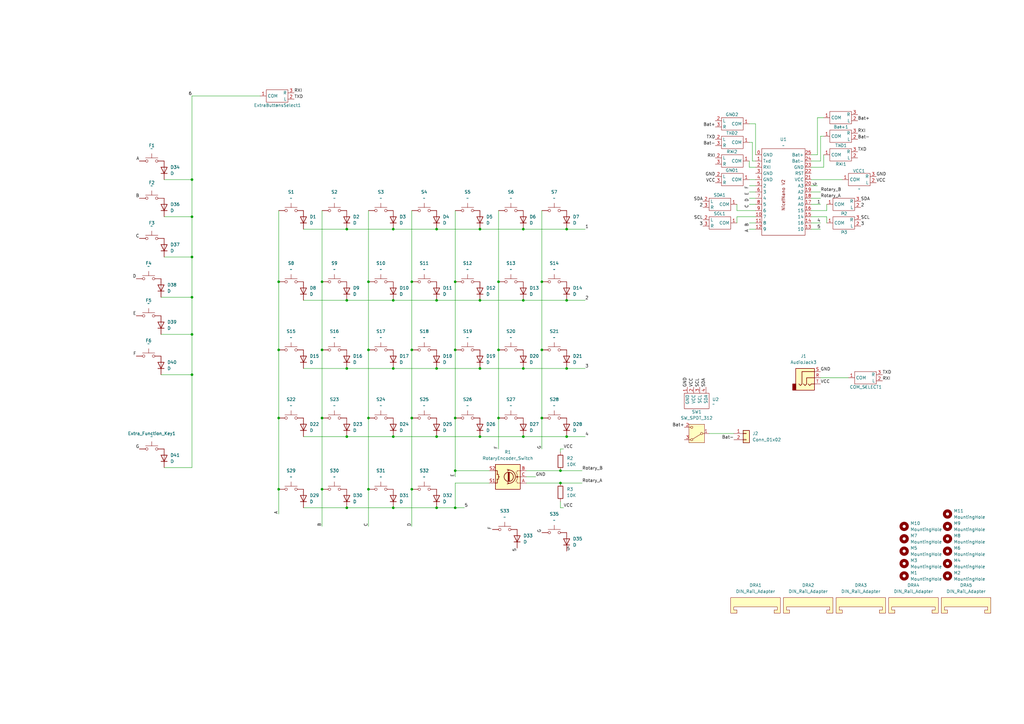
<source format=kicad_sch>
(kicad_sch (version 20231120) (generator "eeschema") (generator_version "8.0")
  (paper "A3")
  (junction (at 78.74 73.66))
  (junction (at 229.87 198.12))
  (junction (at 222.25 143.51))
  (junction (at 214.63 179.07))
  (junction (at 214.63 93.98))
  (junction (at 142.24 93.98))
  (junction (at 114.3 143.51))
  (junction (at 179.07 151.13))
  (junction (at 186.69 171.45))
  (junction (at 114.3 200.66))
  (junction (at 151.13 200.66))
  (junction (at 179.07 123.19))
  (junction (at 114.3 115.57))
  (junction (at 132.08 171.45))
  (junction (at 132.08 200.66))
  (junction (at 168.91 143.51))
  (junction (at 186.69 208.28))
  (junction (at 161.29 151.13))
  (junction (at 161.29 208.28))
  (junction (at 78.74 121.92))
  (junction (at 186.69 143.51))
  (junction (at 214.63 151.13))
  (junction (at 196.85 151.13))
  (junction (at 151.13 171.45))
  (junction (at 114.3 171.45))
  (junction (at 232.41 93.98))
  (junction (at 161.29 179.07))
  (junction (at 204.47 115.57))
  (junction (at 179.07 179.07))
  (junction (at 161.29 123.19))
  (junction (at 168.91 115.57))
  (junction (at 204.47 171.45))
  (junction (at 229.87 193.04))
  (junction (at 222.25 115.57))
  (junction (at 222.25 171.45))
  (junction (at 179.07 93.98))
  (junction (at 132.08 115.57))
  (junction (at 179.07 208.28))
  (junction (at 78.74 153.67))
  (junction (at 78.74 105.41))
  (junction (at 142.24 123.19))
  (junction (at 232.41 151.13))
  (junction (at 196.85 93.98))
  (junction (at 132.08 143.51))
  (junction (at 214.63 123.19))
  (junction (at 186.69 115.57))
  (junction (at 168.91 200.66))
  (junction (at 151.13 143.51))
  (junction (at 78.74 137.16))
  (junction (at 168.91 171.45))
  (junction (at 232.41 123.19))
  (junction (at 161.29 93.98))
  (junction (at 78.74 88.9))
  (junction (at 196.85 179.07))
  (junction (at 142.24 208.28))
  (junction (at 142.24 151.13))
  (junction (at 151.13 115.57))
  (junction (at 232.41 179.07))
  (junction (at 186.69 193.04))
  (junction (at 142.24 179.07))
  (junction (at 204.47 143.51))
  (junction (at 196.85 123.19))
  (wire (pts (xy 179.07 179.07) (xy 196.85 179.07)))
  (wire (pts (xy 66.04 121.92) (xy 78.74 121.92)))
  (wire (pts (xy 142.24 179.07) (xy 161.29 179.07)))
  (wire (pts (xy 114.3 200.66) (xy 114.3 210.82)))
  (wire (pts (xy 307.34 58.42) (xy 308.61 58.42)))
  (wire (pts (xy 337.82 68.58) (xy 332.74 68.58)))
  (wire (pts (xy 151.13 115.57) (xy 151.13 143.51)))
  (wire (pts (xy 307.34 93.98) (xy 309.88 93.98)))
  (wire (pts (xy 124.46 151.13) (xy 142.24 151.13)))
  (wire (pts (xy 307.34 76.2) (xy 309.88 76.2)))
  (wire (pts (xy 307.34 73.66) (xy 309.88 73.66)))
  (wire (pts (xy 78.74 153.67) (xy 66.04 153.67)))
  (wire (pts (xy 168.91 200.66) (xy 168.91 215.9)))
  (wire (pts (xy 336.55 154.94) (xy 347.98 154.94)))
  (wire (pts (xy 337.82 63.5) (xy 337.82 68.58)))
  (wire (pts (xy 142.24 123.19) (xy 161.29 123.19)))
  (wire (pts (xy 307.34 81.28) (xy 309.88 81.28)))
  (wire (pts (xy 307.34 68.58) (xy 309.88 68.58)))
  (wire (pts (xy 186.69 171.45) (xy 186.69 143.51)))
  (wire (pts (xy 179.07 123.19) (xy 196.85 123.19)))
  (wire (pts (xy 151.13 200.66) (xy 151.13 215.9)))
  (wire (pts (xy 186.69 198.12) (xy 186.69 208.28)))
  (wire (pts (xy 78.74 73.66) (xy 67.31 73.66)))
  (wire (pts (xy 215.9 193.04) (xy 229.87 193.04)))
  (wire (pts (xy 186.69 208.28) (xy 190.5 208.28)))
  (wire (pts (xy 66.04 137.16) (xy 78.74 137.16)))
  (wire (pts (xy 332.74 91.44) (xy 336.55 91.44)))
  (wire (pts (xy 151.13 171.45) (xy 151.13 200.66)))
  (wire (pts (xy 78.74 39.37) (xy 78.74 73.66)))
  (wire (pts (xy 336.55 66.04) (xy 332.74 66.04)))
  (wire (pts (xy 332.74 73.66) (xy 345.44 73.66)))
  (wire (pts (xy 151.13 143.51) (xy 151.13 171.45)))
  (wire (pts (xy 339.09 88.9) (xy 339.09 91.44)))
  (wire (pts (xy 161.29 123.19) (xy 179.07 123.19)))
  (wire (pts (xy 332.74 76.2) (xy 335.28 76.2)))
  (wire (pts (xy 196.85 93.98) (xy 214.63 93.98)))
  (wire (pts (xy 78.74 153.67) (xy 78.74 191.77)))
  (wire (pts (xy 222.25 143.51) (xy 222.25 171.45)))
  (wire (pts (xy 186.69 193.04) (xy 186.69 195.58)))
  (wire (pts (xy 179.07 208.28) (xy 186.69 208.28)))
  (wire (pts (xy 161.29 151.13) (xy 179.07 151.13)))
  (wire (pts (xy 151.13 86.36) (xy 151.13 115.57)))
  (wire (pts (xy 114.3 115.57) (xy 114.3 143.51)))
  (wire (pts (xy 132.08 86.36) (xy 132.08 115.57)))
  (wire (pts (xy 204.47 143.51) (xy 204.47 171.45)))
  (wire (pts (xy 168.91 115.57) (xy 168.91 143.51)))
  (wire (pts (xy 186.69 143.51) (xy 186.69 115.57)))
  (wire (pts (xy 132.08 171.45) (xy 132.08 200.66)))
  (wire (pts (xy 332.74 88.9) (xy 339.09 88.9)))
  (wire (pts (xy 124.46 123.19) (xy 142.24 123.19)))
  (wire (pts (xy 229.87 185.42) (xy 229.87 184.15)))
  (wire (pts (xy 339.09 86.36) (xy 332.74 86.36)))
  (wire (pts (xy 214.63 179.07) (xy 232.41 179.07)))
  (wire (pts (xy 222.25 171.45) (xy 222.25 184.15)))
  (wire (pts (xy 161.29 208.28) (xy 179.07 208.28)))
  (wire (pts (xy 78.74 121.92) (xy 78.74 137.16)))
  (wire (pts (xy 302.26 88.9) (xy 309.88 88.9)))
  (wire (pts (xy 142.24 93.98) (xy 161.29 93.98)))
  (wire (pts (xy 196.85 179.07) (xy 214.63 179.07)))
  (wire (pts (xy 132.08 115.57) (xy 132.08 143.51)))
  (wire (pts (xy 161.29 179.07) (xy 179.07 179.07)))
  (wire (pts (xy 168.91 86.36) (xy 168.91 115.57)))
  (wire (pts (xy 196.85 123.19) (xy 214.63 123.19)))
  (wire (pts (xy 78.74 191.77) (xy 67.31 191.77)))
  (wire (pts (xy 196.85 151.13) (xy 214.63 151.13)))
  (wire (pts (xy 78.74 88.9) (xy 67.31 88.9)))
  (wire (pts (xy 229.87 198.12) (xy 238.76 198.12)))
  (wire (pts (xy 232.41 179.07) (xy 240.03 179.07)))
  (wire (pts (xy 204.47 86.36) (xy 204.47 115.57)))
  (wire (pts (xy 302.26 91.44) (xy 302.26 88.9)))
  (wire (pts (xy 229.87 205.74) (xy 229.87 208.28)))
  (wire (pts (xy 168.91 171.45) (xy 168.91 200.66)))
  (wire (pts (xy 222.25 115.57) (xy 222.25 143.51)))
  (wire (pts (xy 307.34 66.04) (xy 307.34 68.58)))
  (wire (pts (xy 114.3 143.51) (xy 114.3 171.45)))
  (wire (pts (xy 335.28 48.26) (xy 335.28 63.5)))
  (wire (pts (xy 124.46 179.07) (xy 142.24 179.07)))
  (wire (pts (xy 200.66 193.04) (xy 186.69 193.04)))
  (wire (pts (xy 200.66 198.12) (xy 186.69 198.12)))
  (wire (pts (xy 168.91 143.51) (xy 168.91 171.45)))
  (wire (pts (xy 332.74 83.82) (xy 336.55 83.82)))
  (wire (pts (xy 307.34 91.44) (xy 309.88 91.44)))
  (wire (pts (xy 302.26 83.82) (xy 302.26 86.36)))
  (wire (pts (xy 222.25 86.36) (xy 222.25 115.57)))
  (wire (pts (xy 78.74 39.37) (xy 106.68 39.37)))
  (wire (pts (xy 204.47 115.57) (xy 204.47 143.51)))
  (wire (pts (xy 161.29 93.98) (xy 179.07 93.98)))
  (wire (pts (xy 186.69 115.57) (xy 186.69 86.36)))
  (wire (pts (xy 335.28 63.5) (xy 332.74 63.5)))
  (wire (pts (xy 142.24 151.13) (xy 161.29 151.13)))
  (wire (pts (xy 332.74 78.74) (xy 336.55 78.74)))
  (wire (pts (xy 232.41 123.19) (xy 240.03 123.19)))
  (wire (pts (xy 67.31 105.41) (xy 78.74 105.41)))
  (wire (pts (xy 78.74 73.66) (xy 78.74 88.9)))
  (wire (pts (xy 229.87 193.04) (xy 238.76 193.04)))
  (wire (pts (xy 336.55 55.88) (xy 336.55 66.04)))
  (wire (pts (xy 78.74 88.9) (xy 78.74 105.41)))
  (wire (pts (xy 132.08 143.51) (xy 132.08 171.45)))
  (wire (pts (xy 214.63 93.98) (xy 232.41 93.98)))
  (wire (pts (xy 214.63 151.13) (xy 232.41 151.13)))
  (wire (pts (xy 332.74 93.98) (xy 336.55 93.98)))
  (wire (pts (xy 114.3 171.45) (xy 114.3 200.66)))
  (wire (pts (xy 179.07 151.13) (xy 196.85 151.13)))
  (wire (pts (xy 232.41 151.13) (xy 240.03 151.13)))
  (wire (pts (xy 142.24 208.28) (xy 161.29 208.28)))
  (wire (pts (xy 179.07 93.98) (xy 196.85 93.98)))
  (wire (pts (xy 308.61 58.42) (xy 308.61 66.04)))
  (wire (pts (xy 124.46 208.28) (xy 142.24 208.28)))
  (wire (pts (xy 78.74 105.41) (xy 78.74 121.92)))
  (wire (pts (xy 114.3 86.36) (xy 114.3 115.57)))
  (wire (pts (xy 132.08 200.66) (xy 132.08 215.9)))
  (wire (pts (xy 290.83 177.8) (xy 300.99 177.8)))
  (wire (pts (xy 78.74 137.16) (xy 78.74 153.67)))
  (wire (pts (xy 214.63 123.19) (xy 232.41 123.19)))
  (wire (pts (xy 204.47 171.45) (xy 204.47 184.15)))
  (wire (pts (xy 308.61 66.04) (xy 309.88 66.04)))
  (wire (pts (xy 215.9 195.58) (xy 219.71 195.58)))
  (wire (pts (xy 309.88 50.8) (xy 309.88 63.5)))
  (wire (pts (xy 337.82 48.26) (xy 335.28 48.26)))
  (wire (pts (xy 307.34 78.74) (xy 309.88 78.74)))
  (wire (pts (xy 307.34 83.82) (xy 309.88 83.82)))
  (wire (pts (xy 229.87 208.28) (xy 231.14 208.28)))
  (wire (pts (xy 186.69 193.04) (xy 186.69 171.45)))
  (wire (pts (xy 332.74 81.28) (xy 336.55 81.28)))
  (wire (pts (xy 232.41 93.98) (xy 240.03 93.98)))
  (wire (pts (xy 124.46 93.98) (xy 142.24 93.98)))
  (wire (pts (xy 229.87 184.15) (xy 231.14 184.15)))
  (wire (pts (xy 215.9 198.12) (xy 229.87 198.12)))
  (wire (pts (xy 337.82 55.88) (xy 336.55 55.88)))
  (wire (pts (xy 339.09 83.82) (xy 339.09 86.36)))
  (wire (pts (xy 307.34 50.8) (xy 309.88 50.8)))
  (wire (pts (xy 302.26 86.36) (xy 309.88 86.36)))
  (label "F" (at 204.47 184.15 90))
  (label "SCL" (at 287.02 158.75 90))
  (label "TXD" (at 361.95 153.67 0))
  (label "VCC" (at 284.48 158.75 90))
  (label "D" (at 55.88 114.3 180))
  (label "A" (at 307.34 93.98 270))
  (label "3" (at 353.06 92.71 0))
  (label "G" (at 57.15 184.15 180))
  (label "E" (at 186.69 195.58 90))
  (label "1" (at 336.55 83.82 180))
  (label "SDA" (at 353.06 82.55 0))
  (label "GND" (at 293.37 72.39 180))
  (label "VCC" (at 293.37 74.93 180))
  (label "5" (at 190.5 208.28 0))
  (label "3" (at 240.03 151.13 0))
  (label "5" (at 336.55 93.98 180))
  (label "B" (at 307.34 91.44 270))
  (label "C" (at 57.15 97.79 180))
  (label "VCC" (at 231.14 208.28 0))
  (label "3" (at 288.29 92.71 180))
  (label "Rotary_A" (at 336.55 81.28 0))
  (label "Bat-" (at 300.99 180.34 180))
  (label "Bat-" (at 351.79 57.15 0))
  (label "G" (at 335.28 76.2 90))
  (label "2" (at 353.06 85.09 0))
  (label "GND" (at 336.55 152.4 0))
  (label "Bat+" (at 351.79 49.53 0))
  (label "B" (at 132.08 215.9 90))
  (label "RXI" (at 293.37 64.77 180))
  (label "TXD" (at 293.37 57.15 180))
  (label "D" (at 168.91 215.9 90))
  (label "RXI" (at 120.65 38.1 0))
  (label "5" (at 232.41 226.06 0))
  (label "TXD" (at 351.79 62.23 0))
  (label "Bat+" (at 280.67 175.26 180))
  (label "6" (at 78.74 39.37 180))
  (label "GND" (at 359.41 72.39 0))
  (label "SCL" (at 353.06 90.17 0))
  (label "RXI" (at 351.79 54.61 0))
  (label "GND" (at 281.94 158.75 90))
  (label "RXI" (at 361.95 156.21 0))
  (label "4" (at 240.03 179.07 0))
  (label "C" (at 307.34 83.82 270))
  (label "Rotary_B" (at 336.55 78.74 0))
  (label "Bat-" (at 293.37 59.69 180))
  (label "5" (at 212.09 224.79 270))
  (label "Rotary_A" (at 238.76 198.12 0))
  (label "G" (at 222.25 218.44 90))
  (label "1" (at 240.03 93.98 0))
  (label "A" (at 57.15 66.04 180))
  (label "A" (at 114.3 210.82 90))
  (label "C" (at 151.13 215.9 90))
  (label "F" (at 201.93 217.17 90))
  (label "4" (at 336.55 91.44 180))
  (label "TXD" (at 120.65 40.64 0))
  (label "SCL" (at 288.29 90.17 180))
  (label "2" (at 240.03 123.19 0))
  (label "F" (at 307.34 76.2 270))
  (label "E" (at 307.34 78.74 270))
  (label "SDA" (at 289.56 158.75 90))
  (label "VCC" (at 359.41 74.93 0))
  (label "VCC" (at 231.14 184.15 0))
  (label "G" (at 222.25 184.15 90))
  (label "F" (at 55.88 146.05 180))
  (label "2" (at 288.29 85.09 180))
  (label "Rotary_B" (at 238.76 193.04 0))
  (label "E" (at 55.88 129.54 180))
  (label "VCC" (at 336.55 157.48 0))
  (label "GND" (at 219.71 195.58 0))
  (label "SDA" (at 288.29 82.55 180))
  (label "D" (at 307.34 81.28 270))
  (label "B" (at 57.15 81.28 180))
  (label "Bat+" (at 293.37 52.07 180))
  (symbol (lib_id "Mechanical:MountingHole") (at 370.84 236.22 0) (unit 1) (exclude_from_sim yes) (in_bom no)
    (property "Reference" "M1" (at 373.38 234.9499 0) (effects (justify left)))
    (property "Value" "MountingHole" (at 373.38 237.4899 0) (effects (justify left)))
    (property "Footprint" "MountingHole:MountingHole_2.2mm_M2" (effects (hide yes)))
    (property "Description" "Mounting Hole without connection" (effects (hide yes)))
  )
  (symbol (lib_id "Device:D") (at 232.41 90.17 90) (unit 1)
    (property "Reference" "D7" (at 234.95 88.8999 90) (effects (justify right)))
    (property "Value" "D" (at 234.95 91.4399 90) (effects (justify right)))
    (property "Footprint" "Misc Keyboard Parts:reversable_diode" (effects (hide yes)))
    (property "Description" "Diode" (effects (hide yes)))
    (property "Sim.Device" "D" (effects (hide yes)))
    (property "Sim.Pins" "1=K 2=A" (effects (hide yes)))
  )
  (symbol (lib_name "Misc Keyboard Parts:SW_Kali_optional_reversable") (lib_id "Misc Keyboard Parts:SW_Kali_optional_reversable") (at 137.16 143.51 0) (unit 1)
    (property "Reference" "S16" (at 137.16 135.89 0))
    (property "Value" "~" (at 137.16 138.43 0))
    (property "Footprint" "keyswitches:Kailh_socket_PG1350_optional_reversible" (effects (hide yes)))
    (property "Datasheet" "http://www.apem.com/int/index.php?controller=attachment&id_attachment=488" (effects (hide yes)))
    (property "Description" "MEC 5G single pole normally-open tactile switch" (effects (hide yes)))
  )
  (symbol (lib_id "Device:D") (at 232.41 222.25 90) (unit 1)
    (property "Reference" "D35" (at 234.95 220.9799 90) (effects (justify right)))
    (property "Value" "D" (at 234.95 223.5199 90) (effects (justify right)))
    (property "Footprint" "Misc Keyboard Parts:reversable_diode" (effects (hide yes)))
    (property "Description" "Diode" (effects (hide yes)))
    (property "Sim.Device" "D" (effects (hide yes)))
    (property "Sim.Pins" "1=K 2=A" (effects (hide yes)))
  )
  (symbol (lib_name "Misc Keyboard Parts:SW_Kali_optional_reversable") (lib_id "Misc Keyboard Parts:SW_Kali_optional_reversable") (at 191.77 86.36 0) (unit 1)
    (property "Reference" "S5" (at 191.77 78.74 0))
    (property "Value" "~" (at 191.77 81.28 0))
    (property "Footprint" "keyswitches:Kailh_socket_PG1350_optional_reversible" (effects (hide yes)))
    (property "Datasheet" "http://www.apem.com/int/index.php?controller=attachment&id_attachment=488" (effects (hide yes)))
    (property "Description" "MEC 5G single pole normally-open tactile switch" (effects (hide yes)))
  )
  (symbol (lib_name "Misc Keyboard Parts:SW_Kali_optional_reversable") (lib_id "Misc Keyboard Parts:SW_Kali_optional_reversable") (at 209.55 86.36 0) (unit 1)
    (property "Reference" "S6" (at 209.55 78.74 0))
    (property "Value" "~" (at 209.55 81.28 0))
    (property "Footprint" "keyswitches:Kailh_socket_PG1350_optional_reversible" (effects (hide yes)))
    (property "Datasheet" "http://www.apem.com/int/index.php?controller=attachment&id_attachment=488" (effects (hide yes)))
    (property "Description" "MEC 5G single pole normally-open tactile switch" (effects (hide yes)))
  )
  (symbol (lib_id "Misc Keyboard Parts:Side_Indicator") (at 299.72 73.66 0) (unit 1)
    (property "Reference" "GND1" (at 300.228 69.85 0))
    (property "Value" "~" (at 300.355 69.85 0))
    (property "Footprint" "Misc Keyboard Parts:Side Indicator - Improved" (effects (hide yes)))
  )
  (symbol (lib_name "Misc Keyboard Parts:SW_Kali_optional_reversable") (lib_id "Misc Keyboard Parts:SW_Kali_optional_reversable") (at 173.99 143.51 0) (unit 1)
    (property "Reference" "S18" (at 173.99 135.89 0))
    (property "Value" "~" (at 173.99 138.43 0))
    (property "Footprint" "keyswitches:Kailh_socket_PG1350_optional_reversible" (effects (hide yes)))
    (property "Datasheet" "http://www.apem.com/int/index.php?controller=attachment&id_attachment=488" (effects (hide yes)))
    (property "Description" "MEC 5G single pole normally-open tactile switch" (effects (hide yes)))
  )
  (symbol (lib_name "Misc Keyboard Parts:SW_Kali_optional_reversable") (lib_id "Misc Keyboard Parts:SW_Kali_optional_reversable") (at 62.23 66.04 0) (unit 1)
    (property "Reference" "F1" (at 62.23 59.69 0))
    (property "Value" "~" (at 62.23 60.96 0))
    (property "Footprint" "keyswitches:Kailh_socket_PG1350_optional_reversible" (effects (hide yes)))
    (property "Datasheet" "http://www.apem.com/int/index.php?controller=attachment&id_attachment=488" (effects (hide yes)))
    (property "Description" "MEC 5G single pole normally-open tactile switch" (effects (hide yes)))
  )
  (symbol (lib_id "Misc Keyboard Parts:Side_Indicator") (at 345.44 48.26 180) (unit 1)
    (property "Reference" "Bat+1" (at 344.932 52.07 0))
    (property "Value" "~" (at 344.805 52.07 0))
    (property "Footprint" "Misc Keyboard Parts:Side Indicator - Improved" (effects (hide yes)))
  )
  (symbol (lib_name "Misc Keyboard Parts:SW_Kali_optional_reversable") (lib_id "Misc Keyboard Parts:SW_Kali_optional_reversable") (at 173.99 200.66 0) (unit 1)
    (property "Reference" "S32" (at 173.99 193.04 0))
    (property "Value" "~" (at 173.99 195.58 0))
    (property "Footprint" "keyswitches:Kailh_socket_PG1350_optional_reversible" (effects (hide yes)))
    (property "Datasheet" "http://www.apem.com/int/index.php?controller=attachment&id_attachment=488" (effects (hide yes)))
    (property "Description" "MEC 5G single pole normally-open tactile switch" (effects (hide yes)))
  )
  (symbol (lib_id "Misc Keyboard Parts:Side_Indicator") (at 114.3 39.37 180) (unit 1)
    (property "Reference" "ExtraButtonsSelect1" (at 113.792 43.18 0))
    (property "Value" "~" (at 113.665 43.18 0))
    (property "Footprint" "Misc Keyboard Parts:Side Indicator - Improved" (effects (hide yes)))
  )
  (symbol (lib_id "Device:D") (at 161.29 175.26 90) (unit 1)
    (property "Reference" "D24" (at 163.83 173.9899 90) (effects (justify right)))
    (property "Value" "D" (at 163.83 176.5299 90) (effects (justify right)))
    (property "Footprint" "Misc Keyboard Parts:reversable_diode" (effects (hide yes)))
    (property "Description" "Diode" (effects (hide yes)))
    (property "Sim.Device" "D" (effects (hide yes)))
    (property "Sim.Pins" "1=K 2=A" (effects (hide yes)))
  )
  (symbol (lib_id "Device:D") (at 232.41 119.38 90) (unit 1)
    (property "Reference" "D14" (at 234.95 118.1099 90) (effects (justify right)))
    (property "Value" "D" (at 234.95 120.6499 90) (effects (justify right)))
    (property "Footprint" "Misc Keyboard Parts:reversable_diode" (effects (hide yes)))
    (property "Description" "Diode" (effects (hide yes)))
    (property "Sim.Device" "D" (effects (hide yes)))
    (property "Sim.Pins" "1=K 2=A" (effects (hide yes)))
  )
  (symbol (lib_id "Device:D") (at 161.29 147.32 90) (unit 1)
    (property "Reference" "D17" (at 163.83 146.0499 90) (effects (justify right)))
    (property "Value" "D" (at 163.83 148.5899 90) (effects (justify right)))
    (property "Footprint" "Misc Keyboard Parts:reversable_diode" (effects (hide yes)))
    (property "Description" "Diode" (effects (hide yes)))
    (property "Sim.Device" "D" (effects (hide yes)))
    (property "Sim.Pins" "1=K 2=A" (effects (hide yes)))
  )
  (symbol (lib_id "Device:D") (at 232.41 147.32 90) (unit 1)
    (property "Reference" "D21" (at 234.95 146.0499 90) (effects (justify right)))
    (property "Value" "D" (at 234.95 148.5899 90) (effects (justify right)))
    (property "Footprint" "Misc Keyboard Parts:reversable_diode" (effects (hide yes)))
    (property "Description" "Diode" (effects (hide yes)))
    (property "Sim.Device" "D" (effects (hide yes)))
    (property "Sim.Pins" "1=K 2=A" (effects (hide yes)))
  )
  (symbol (lib_id "Device:D") (at 161.29 90.17 90) (unit 1)
    (property "Reference" "D3" (at 163.83 88.8999 90) (effects (justify right)))
    (property "Value" "D" (at 163.83 91.4399 90) (effects (justify right)))
    (property "Footprint" "Misc Keyboard Parts:reversable_diode" (effects (hide yes)))
    (property "Description" "Diode" (effects (hide yes)))
    (property "Sim.Device" "D" (effects (hide yes)))
    (property "Sim.Pins" "1=K 2=A" (effects (hide yes)))
  )
  (symbol (lib_id "Device:D") (at 67.31 187.96 90) (unit 1)
    (property "Reference" "D41" (at 69.85 186.6899 90) (effects (justify right)))
    (property "Value" "D" (at 69.85 189.2299 90) (effects (justify right)))
    (property "Footprint" "Misc Keyboard Parts:reversable_diode" (effects (hide yes)))
    (property "Description" "Diode" (effects (hide yes)))
    (property "Sim.Device" "D" (effects (hide yes)))
    (property "Sim.Pins" "1=K 2=A" (effects (hide yes)))
  )
  (symbol (lib_id "Device:D") (at 142.24 147.32 90) (unit 1)
    (property "Reference" "D16" (at 144.78 146.0499 90) (effects (justify right)))
    (property "Value" "D" (at 144.78 148.5899 90) (effects (justify right)))
    (property "Footprint" "Misc Keyboard Parts:reversable_diode" (effects (hide yes)))
    (property "Description" "Diode" (effects (hide yes)))
    (property "Sim.Device" "D" (effects (hide yes)))
    (property "Sim.Pins" "1=K 2=A" (effects (hide yes)))
  )
  (symbol (lib_id "Device:D") (at 66.04 149.86 90) (unit 1)
    (property "Reference" "D40" (at 68.58 148.5899 90) (effects (justify right)))
    (property "Value" "D" (at 68.58 151.1299 90) (effects (justify right)))
    (property "Footprint" "Misc Keyboard Parts:reversable_diode" (effects (hide yes)))
    (property "Description" "Diode" (effects (hide yes)))
    (property "Sim.Device" "D" (effects (hide yes)))
    (property "Sim.Pins" "1=K 2=A" (effects (hide yes)))
  )
  (symbol (lib_name "Misc Keyboard Parts:SW_Kali_optional_reversable") (lib_id "Misc Keyboard Parts:SW_Kali_optional_reversable") (at 156.21 200.66 0) (unit 1)
    (property "Reference" "S31" (at 156.21 193.04 0))
    (property "Value" "~" (at 156.21 195.58 0))
    (property "Footprint" "keyswitches:Kailh_socket_PG1350_optional_reversible" (effects (hide yes)))
    (property "Datasheet" "http://www.apem.com/int/index.php?controller=attachment&id_attachment=488" (effects (hide yes)))
    (property "Description" "MEC 5G single pole normally-open tactile switch" (effects (hide yes)))
  )
  (symbol (lib_name "Misc Keyboard Parts:SW_Kali_optional_reversable") (lib_id "Misc Keyboard Parts:SW_Kali_optional_reversable") (at 62.23 81.28 0) (unit 1)
    (property "Reference" "F2" (at 62.23 74.93 0))
    (property "Value" "~" (at 62.23 76.2 0))
    (property "Footprint" "keyswitches:Kailh_socket_PG1350_optional_reversible" (effects (hide yes)))
    (property "Datasheet" "http://www.apem.com/int/index.php?controller=attachment&id_attachment=488" (effects (hide yes)))
    (property "Description" "MEC 5G single pole normally-open tactile switch" (effects (hide yes)))
  )
  (symbol (lib_id "Device:D") (at 196.85 119.38 90) (unit 1)
    (property "Reference" "D12" (at 199.39 118.1099 90) (effects (justify right)))
    (property "Value" "D" (at 199.39 120.6499 90) (effects (justify right)))
    (property "Footprint" "Misc Keyboard Parts:reversable_diode" (effects (hide yes)))
    (property "Description" "Diode" (effects (hide yes)))
    (property "Sim.Device" "D" (effects (hide yes)))
    (property "Sim.Pins" "1=K 2=A" (effects (hide yes)))
  )
  (symbol (lib_id "Device:D") (at 214.63 175.26 90) (unit 1)
    (property "Reference" "D27" (at 217.17 173.9899 90) (effects (justify right)))
    (property "Value" "D" (at 217.17 176.5299 90) (effects (justify right)))
    (property "Footprint" "Misc Keyboard Parts:reversable_diode" (effects (hide yes)))
    (property "Description" "Diode" (effects (hide yes)))
    (property "Sim.Device" "D" (effects (hide yes)))
    (property "Sim.Pins" "1=K 2=A" (effects (hide yes)))
  )
  (symbol (lib_name "Misc Keyboard Parts:SW_Kali_optional_reversable") (lib_id "Misc Keyboard Parts:SW_Kali_optional_reversable") (at 62.23 184.15 0) (unit 1)
    (property "Reference" "Extra_Function_Key1" (at 62.23 177.8 0))
    (property "Value" "~" (at 62.23 179.07 0))
    (property "Footprint" "keyswitches:Kailh_socket_PG1350_optional_reversible" (effects (hide yes)))
    (property "Datasheet" "http://www.apem.com/int/index.php?controller=attachment&id_attachment=488" (effects (hide yes)))
    (property "Description" "MEC 5G single pole normally-open tactile switch" (effects (hide yes)))
  )
  (symbol (lib_name "Misc Keyboard Parts:SW_Kali_optional_reversable") (lib_id "Misc Keyboard Parts:SW_Kali_optional_reversable") (at 191.77 115.57 0) (unit 1)
    (property "Reference" "S12" (at 191.77 107.95 0))
    (property "Value" "~" (at 191.77 110.49 0))
    (property "Footprint" "keyswitches:Kailh_socket_PG1350_optional_reversible" (effects (hide yes)))
    (property "Datasheet" "http://www.apem.com/int/index.php?controller=attachment&id_attachment=488" (effects (hide yes)))
    (property "Description" "MEC 5G single pole normally-open tactile switch" (effects (hide yes)))
  )
  (symbol (lib_id "Device:D") (at 124.46 204.47 90) (unit 1)
    (property "Reference" "D29" (at 127 203.1999 90) (effects (justify right)))
    (property "Value" "D" (at 127 205.7399 90) (effects (justify right)))
    (property "Footprint" "Misc Keyboard Parts:reversable_diode" (effects (hide yes)))
    (property "Description" "Diode" (effects (hide yes)))
    (property "Sim.Device" "D" (effects (hide yes)))
    (property "Sim.Pins" "1=K 2=A" (effects (hide yes)))
  )
  (symbol (lib_id "Device:D") (at 67.31 69.85 90) (unit 1)
    (property "Reference" "D34" (at 69.85 68.5799 90) (effects (justify right)))
    (property "Value" "D" (at 69.85 71.1199 90) (effects (justify right)))
    (property "Footprint" "Misc Keyboard Parts:reversable_diode" (effects (hide yes)))
    (property "Description" "Diode" (effects (hide yes)))
    (property "Sim.Device" "D" (effects (hide yes)))
    (property "Sim.Pins" "1=K 2=A" (effects (hide yes)))
  )
  (symbol (lib_id "Device:D") (at 214.63 90.17 90) (unit 1)
    (property "Reference" "D6" (at 217.17 88.8999 90) (effects (justify right)))
    (property "Value" "D" (at 217.17 91.4399 90) (effects (justify right)))
    (property "Footprint" "Misc Keyboard Parts:reversable_diode" (effects (hide yes)))
    (property "Description" "Diode" (effects (hide yes)))
    (property "Sim.Device" "D" (effects (hide yes)))
    (property "Sim.Pins" "1=K 2=A" (effects (hide yes)))
  )
  (symbol (lib_id "Connector_Audio:AudioJack3") (at 331.47 154.94 0) (unit 1)
    (property "Reference" "J1" (at 329.565 146.05 0))
    (property "Value" "AudioJack3" (at 329.565 148.59 0))
    (property "Footprint" "Misc Keyboard Parts:Jack_3.5mm_CUI_SJ1-3533NG_Horizontal Reversable" (effects (hide yes)))
    (property "Description" "Audio Jack, 3 Poles (Stereo / TRS)" (effects (hide yes)))
  )
  (symbol (lib_id "Device:D") (at 124.46 147.32 90) (unit 1)
    (property "Reference" "D15" (at 127 146.0499 90) (effects (justify right)))
    (property "Value" "D" (at 127 148.5899 90) (effects (justify right)))
    (property "Footprint" "Misc Keyboard Parts:reversable_diode" (effects (hide yes)))
    (property "Description" "Diode" (effects (hide yes)))
    (property "Sim.Device" "D" (effects (hide yes)))
    (property "Sim.Pins" "1=K 2=A" (effects (hide yes)))
  )
  (symbol (lib_id "Misc Keyboard Parts:Side_Indicator") (at 345.44 63.5 180) (unit 1)
    (property "Reference" "RXI1" (at 344.932 67.31 0))
    (property "Value" "~" (at 344.805 67.31 0))
    (property "Footprint" "Misc Keyboard Parts:Side Indicator - Improved" (effects (hide yes)))
  )
  (symbol (lib_id "Device:D") (at 142.24 90.17 90) (unit 1)
    (property "Reference" "D2" (at 144.78 88.8999 90) (effects (justify right)))
    (property "Value" "D" (at 144.78 91.4399 90) (effects (justify right)))
    (property "Footprint" "Misc Keyboard Parts:reversable_diode" (effects (hide yes)))
    (property "Description" "Diode" (effects (hide yes)))
    (property "Sim.Device" "D" (effects (hide yes)))
    (property "Sim.Pins" "1=K 2=A" (effects (hide yes)))
  )
  (symbol (lib_id "Device:D") (at 179.07 147.32 90) (unit 1)
    (property "Reference" "D18" (at 181.61 146.0499 90) (effects (justify right)))
    (property "Value" "D" (at 181.61 148.5899 90) (effects (justify right)))
    (property "Footprint" "Misc Keyboard Parts:reversable_diode" (effects (hide yes)))
    (property "Description" "Diode" (effects (hide yes)))
    (property "Sim.Device" "D" (effects (hide yes)))
    (property "Sim.Pins" "1=K 2=A" (effects (hide yes)))
  )
  (symbol (lib_id "Mechanical:MountingHole") (at 388.62 226.06 0) (unit 1) (exclude_from_sim yes) (in_bom no)
    (property "Reference" "M6" (at 391.16 224.7899 0) (effects (justify left)))
    (property "Value" "MountingHole" (at 391.16 227.3299 0) (effects (justify left)))
    (property "Footprint" "MountingHole:MountingHole_2.2mm_M2" (effects (hide yes)))
    (property "Description" "Mounting Hole without connection" (effects (hide yes)))
  )
  (symbol (lib_name "Misc Keyboard Parts:SW_Kali_optional_reversable") (lib_id "Misc Keyboard Parts:SW_Kali_optional_reversable") (at 191.77 171.45 0) (unit 1)
    (property "Reference" "S26" (at 191.77 163.83 0))
    (property "Value" "~" (at 191.77 166.37 0))
    (property "Footprint" "keyswitches:Kailh_socket_PG1350_optional_reversible" (effects (hide yes)))
    (property "Datasheet" "http://www.apem.com/int/index.php?controller=attachment&id_attachment=488" (effects (hide yes)))
    (property "Description" "MEC 5G single pole normally-open tactile switch" (effects (hide yes)))
  )
  (symbol (lib_id "Device:D") (at 179.07 204.47 90) (unit 1)
    (property "Reference" "D32" (at 181.61 203.1999 90) (effects (justify right)))
    (property "Value" "D" (at 181.61 205.7399 90) (effects (justify right)))
    (property "Footprint" "Misc Keyboard Parts:reversable_diode" (effects (hide yes)))
    (property "Description" "Diode" (effects (hide yes)))
    (property "Sim.Device" "D" (effects (hide yes)))
    (property "Sim.Pins" "1=K 2=A" (effects (hide yes)))
  )
  (symbol (lib_id "Device:D") (at 179.07 119.38 90) (unit 1)
    (property "Reference" "D11" (at 181.61 118.1099 90) (effects (justify right)))
    (property "Value" "D" (at 181.61 120.6499 90) (effects (justify right)))
    (property "Footprint" "Misc Keyboard Parts:reversable_diode" (effects (hide yes)))
    (property "Description" "Diode" (effects (hide yes)))
    (property "Sim.Device" "D" (effects (hide yes)))
    (property "Sim.Pins" "1=K 2=A" (effects (hide yes)))
  )
  (symbol (lib_id "Mechanical:MountingHole") (at 388.62 215.9 0) (unit 1) (exclude_from_sim yes) (in_bom no)
    (property "Reference" "M9" (at 391.16 214.6299 0) (effects (justify left)))
    (property "Value" "MountingHole" (at 391.16 217.1699 0) (effects (justify left)))
    (property "Footprint" "MountingHole:MountingHole_2.2mm_M2" (effects (hide yes)))
    (property "Description" "Mounting Hole without connection" (effects (hide yes)))
  )
  (symbol (lib_id "Misc Keyboard Parts:Side_Indicator") (at 294.64 91.44 0) (unit 1)
    (property "Reference" "SCL1" (at 295.148 87.63 0))
    (property "Value" "~" (at 295.275 87.63 0))
    (property "Footprint" "Misc Keyboard Parts:Side Indicator - Improved" (effects (hide yes)))
  )
  (symbol (lib_name "Misc Keyboard Parts:SW_Kali_optional_reversable") (lib_id "Misc Keyboard Parts:SW_Kali_optional_reversable") (at 227.33 218.44 0) (unit 1)
    (property "Reference" "S35" (at 227.33 210.82 0))
    (property "Value" "~" (at 227.33 213.36 0))
    (property "Footprint" "keyswitches:Kailh_socket_PG1350_optional_reversible" (effects (hide yes)))
    (property "Datasheet" "http://www.apem.com/int/index.php?controller=attachment&id_attachment=488" (effects (hide yes)))
    (property "Description" "MEC 5G single pole normally-open tactile switch" (effects (hide yes)))
  )
  (symbol (lib_id "Mechanical:MountingHole") (at 370.84 220.98 0) (unit 1) (exclude_from_sim yes) (in_bom no)
    (property "Reference" "M7" (at 373.38 219.7099 0) (effects (justify left)))
    (property "Value" "MountingHole" (at 373.38 222.2499 0) (effects (justify left)))
    (property "Footprint" "MountingHole:MountingHole_2.2mm_M2" (effects (hide yes)))
    (property "Description" "Mounting Hole without connection" (effects (hide yes)))
  )
  (symbol (lib_id "Device:D") (at 161.29 204.47 90) (unit 1)
    (property "Reference" "D31" (at 163.83 203.1999 90) (effects (justify right)))
    (property "Value" "D" (at 163.83 205.7399 90) (effects (justify right)))
    (property "Footprint" "Misc Keyboard Parts:reversable_diode" (effects (hide yes)))
    (property "Description" "Diode" (effects (hide yes)))
    (property "Sim.Device" "D" (effects (hide yes)))
    (property "Sim.Pins" "1=K 2=A" (effects (hide yes)))
  )
  (symbol (lib_id "Misc Keyboard Parts:I2C_Screen") (at 285.75 165.1 0) (unit 1)
    (property "Reference" "U2" (at 292.1 163.8299 0) (effects (justify left)))
    (property "Value" "~" (at 292.1 165.735 0) (effects (justify left)))
    (property "Footprint" "Misc Keyboard Parts:Screen" (effects (hide yes)))
  )
  (symbol (lib_name "Misc Keyboard Parts:SW_Kali_optional_reversable") (lib_id "Misc Keyboard Parts:SW_Kali_optional_reversable") (at 60.96 129.54 0) (unit 1)
    (property "Reference" "F5" (at 60.96 123.19 0))
    (property "Value" "~" (at 60.96 124.46 0))
    (property "Footprint" "keyswitches:Kailh_socket_PG1350_optional_reversible" (effects (hide yes)))
    (property "Datasheet" "http://www.apem.com/int/index.php?controller=attachment&id_attachment=488" (effects (hide yes)))
    (property "Description" "MEC 5G single pole normally-open tactile switch" (effects (hide yes)))
  )
  (symbol (lib_id "Mechanical:MountingHole") (at 370.84 215.9 0) (unit 1) (exclude_from_sim yes) (in_bom no)
    (property "Reference" "M10" (at 373.38 214.6299 0) (effects (justify left)))
    (property "Value" "MountingHole" (at 373.38 217.1699 0) (effects (justify left)))
    (property "Footprint" "MountingHole:MountingHole_2.2mm_M2" (effects (hide yes)))
    (property "Description" "Mounting Hole without connection" (effects (hide yes)))
  )
  (symbol (lib_id "Mechanical:DIN_Rail_Adapter") (at 309.88 247.65 0) (unit 1) (exclude_from_sim yes)
    (property "Reference" "DRA1" (at 309.88 240.03 0))
    (property "Value" "DIN_Rail_Adapter" (at 309.88 242.57 0))
    (property "Footprint" "keyswitches:Stabilizer_MX_2u" (effects (hide yes)))
    (property "Description" "DIN Rail adapter universal, mounting holes without connection" (effects (hide yes)))
  )
  (symbol (lib_name "Misc Keyboard Parts:SW_Kali_optional_reversable") (lib_id "Misc Keyboard Parts:SW_Kali_optional_reversable") (at 119.38 86.36 0) (unit 1)
    (property "Reference" "S1" (at 119.38 78.74 0))
    (property "Value" "~" (at 119.38 81.28 0))
    (property "Footprint" "keyswitches:Kailh_socket_PG1350_optional_reversible" (effects (hide yes)))
    (property "Datasheet" "http://www.apem.com/int/index.php?controller=attachment&id_attachment=488" (effects (hide yes)))
    (property "Description" "MEC 5G single pole normally-open tactile switch" (effects (hide yes)))
  )
  (symbol (lib_id "Device:D") (at 196.85 147.32 90) (unit 1)
    (property "Reference" "D19" (at 199.39 146.0499 90) (effects (justify right)))
    (property "Value" "D" (at 199.39 148.5899 90) (effects (justify right)))
    (property "Footprint" "Misc Keyboard Parts:reversable_diode" (effects (hide yes)))
    (property "Description" "Diode" (effects (hide yes)))
    (property "Sim.Device" "D" (effects (hide yes)))
    (property "Sim.Pins" "1=K 2=A" (effects (hide yes)))
  )
  (symbol (lib_name "Misc Keyboard Parts:SW_Kali_optional_reversable") (lib_id "Misc Keyboard Parts:SW_Kali_optional_reversable") (at 119.38 171.45 0) (unit 1)
    (property "Reference" "S22" (at 119.38 163.83 0))
    (property "Value" "~" (at 119.38 166.37 0))
    (property "Footprint" "keyswitches:Kailh_socket_PG1350_optional_reversible" (effects (hide yes)))
    (property "Datasheet" "http://www.apem.com/int/index.php?controller=attachment&id_attachment=488" (effects (hide yes)))
    (property "Description" "MEC 5G single pole normally-open tactile switch" (effects (hide yes)))
  )
  (symbol (lib_id "Misc Keyboard Parts:Nice!Nano V2 W/Battery") (at 321.31 78.74 0) (unit 1)
    (property "Reference" "U1" (at 321.31 57.15 0))
    (property "Value" "~" (at 321.31 59.69 0))
    (property "Footprint" "Misc Keyboard Parts:Nice!NanoV2" (effects (hide yes)))
  )
  (symbol (lib_id "Device:D") (at 179.07 175.26 90) (unit 1)
    (property "Reference" "D25" (at 181.61 173.9899 90) (effects (justify right)))
    (property "Value" "D" (at 181.61 176.5299 90) (effects (justify right)))
    (property "Footprint" "Misc Keyboard Parts:reversable_diode" (effects (hide yes)))
    (property "Description" "Diode" (effects (hide yes)))
    (property "Sim.Device" "D" (effects (hide yes)))
    (property "Sim.Pins" "1=K 2=A" (effects (hide yes)))
  )
  (symbol (lib_id "Mechanical:MountingHole") (at 370.84 231.14 0) (unit 1) (exclude_from_sim yes) (in_bom no)
    (property "Reference" "M3" (at 373.38 229.8699 0) (effects (justify left)))
    (property "Value" "MountingHole" (at 373.38 232.4099 0) (effects (justify left)))
    (property "Footprint" "MountingHole:MountingHole_2.2mm_M2" (effects (hide yes)))
    (property "Description" "Mounting Hole without connection" (effects (hide yes)))
  )
  (symbol (lib_id "Device:D") (at 66.04 118.11 90) (unit 1)
    (property "Reference" "D38" (at 68.58 116.8399 90) (effects (justify right)))
    (property "Value" "D" (at 68.58 119.3799 90) (effects (justify right)))
    (property "Footprint" "Misc Keyboard Parts:reversable_diode" (effects (hide yes)))
    (property "Description" "Diode" (effects (hide yes)))
    (property "Sim.Device" "D" (effects (hide yes)))
    (property "Sim.Pins" "1=K 2=A" (effects (hide yes)))
  )
  (symbol (lib_id "Mechanical:DIN_Rail_Adapter") (at 374.65 247.65 0) (unit 1) (exclude_from_sim yes)
    (property "Reference" "DRA4" (at 374.65 240.03 0))
    (property "Value" "DIN_Rail_Adapter" (at 374.65 242.57 0))
    (property "Footprint" "keyswitches:Stabilizer_MX_2u" (effects (hide yes)))
    (property "Description" "DIN Rail adapter universal, mounting holes without connection" (effects (hide yes)))
  )
  (symbol (lib_id "Device:D") (at 66.04 133.35 90) (unit 1)
    (property "Reference" "D39" (at 68.58 132.0799 90) (effects (justify right)))
    (property "Value" "D" (at 68.58 134.6199 90) (effects (justify right)))
    (property "Footprint" "Misc Keyboard Parts:reversable_diode" (effects (hide yes)))
    (property "Description" "Diode" (effects (hide yes)))
    (property "Sim.Device" "D" (effects (hide yes)))
    (property "Sim.Pins" "1=K 2=A" (effects (hide yes)))
  )
  (symbol (lib_name "Misc Keyboard Parts:SW_Kali_optional_reversable") (lib_id "Misc Keyboard Parts:SW_Kali_optional_reversable") (at 173.99 171.45 0) (unit 1)
    (property "Reference" "S25" (at 173.99 163.83 0))
    (property "Value" "~" (at 173.99 166.37 0))
    (property "Footprint" "keyswitches:Kailh_socket_PG1350_optional_reversible" (effects (hide yes)))
    (property "Datasheet" "http://www.apem.com/int/index.php?controller=attachment&id_attachment=488" (effects (hide yes)))
    (property "Description" "MEC 5G single pole normally-open tactile switch" (effects (hide yes)))
  )
  (symbol (lib_id "Device:R") (at 229.87 189.23 0) (unit 1)
    (property "Reference" "R2" (at 232.41 187.9599 0) (effects (justify left)))
    (property "Value" "10K" (at 232.41 190.4999 0) (effects (justify left)))
    (property "Footprint" "Resistor_THT:R_Axial_DIN0204_L3.6mm_D1.6mm_P7.62mm_Horizontal" (effects (hide yes)))
    (property "Description" "Resistor" (effects (hide yes)))
  )
  (symbol (lib_id "Mechanical:DIN_Rail_Adapter") (at 331.47 247.65 0) (unit 1) (exclude_from_sim yes)
    (property "Reference" "DRA2" (at 331.47 240.03 0))
    (property "Value" "DIN_Rail_Adapter" (at 331.47 242.57 0))
    (property "Footprint" "keyswitches:Stabilizer_MX_2u" (effects (hide yes)))
    (property "Description" "DIN Rail adapter universal, mounting holes without connection" (effects (hide yes)))
  )
  (symbol (lib_id "Mechanical:MountingHole") (at 388.62 220.98 0) (unit 1) (exclude_from_sim yes) (in_bom no)
    (property "Reference" "M8" (at 391.16 219.7099 0) (effects (justify left)))
    (property "Value" "MountingHole" (at 391.16 222.2499 0) (effects (justify left)))
    (property "Footprint" "MountingHole:MountingHole_2.2mm_M2" (effects (hide yes)))
    (property "Description" "Mounting Hole without connection" (effects (hide yes)))
  )
  (symbol (lib_id "Device:D") (at 212.09 220.98 90) (unit 1)
    (property "Reference" "D33" (at 214.63 219.7099 90) (effects (justify right)))
    (property "Value" "D" (at 214.63 222.2499 90) (effects (justify right)))
    (property "Footprint" "Misc Keyboard Parts:reversable_diode" (effects (hide yes)))
    (property "Description" "Diode" (effects (hide yes)))
    (property "Sim.Device" "D" (effects (hide yes)))
    (property "Sim.Pins" "1=K 2=A" (effects (hide yes)))
  )
  (symbol (lib_id "Device:D") (at 161.29 119.38 90) (unit 1)
    (property "Reference" "D10" (at 163.83 118.1099 90) (effects (justify right)))
    (property "Value" "D" (at 163.83 120.6499 90) (effects (justify right)))
    (property "Footprint" "Misc Keyboard Parts:reversable_diode" (effects (hide yes)))
    (property "Description" "Diode" (effects (hide yes)))
    (property "Sim.Device" "D" (effects (hide yes)))
    (property "Sim.Pins" "1=K 2=A" (effects (hide yes)))
  )
  (symbol (lib_id "Mechanical:MountingHole") (at 388.62 231.14 0) (unit 1) (exclude_from_sim yes) (in_bom no)
    (property "Reference" "M4" (at 391.16 229.8699 0) (effects (justify left)))
    (property "Value" "MountingHole" (at 391.16 232.4099 0) (effects (justify left)))
    (property "Footprint" "MountingHole:MountingHole_2.2mm_M2" (effects (hide yes)))
    (property "Description" "Mounting Hole without connection" (effects (hide yes)))
  )
  (symbol (lib_id "Mechanical:MountingHole") (at 388.62 236.22 0) (unit 1) (exclude_from_sim yes) (in_bom no)
    (property "Reference" "M2" (at 391.16 234.9499 0) (effects (justify left)))
    (property "Value" "MountingHole" (at 391.16 237.4899 0) (effects (justify left)))
    (property "Footprint" "MountingHole:MountingHole_2.2mm_M2" (effects (hide yes)))
    (property "Description" "Mounting Hole without connection" (effects (hide yes)))
  )
  (symbol (lib_id "Misc Keyboard Parts:Side_Indicator") (at 345.44 55.88 180) (unit 1)
    (property "Reference" "TXD1" (at 344.932 59.69 0))
    (property "Value" "~" (at 344.805 59.69 0))
    (property "Footprint" "Misc Keyboard Parts:Side Indicator - Improved" (effects (hide yes)))
  )
  (symbol (lib_id "Misc Keyboard Parts:Side_Indicator") (at 355.6 154.94 180) (unit 1)
    (property "Reference" "COM_SELECT1" (at 355.092 158.75 0))
    (property "Value" "~" (at 354.965 158.75 0))
    (property "Footprint" "Misc Keyboard Parts:Side Indicator - Improved" (effects (hide yes)))
  )
  (symbol (lib_name "Misc Keyboard Parts:SW_Kali_optional_reversable") (lib_id "Misc Keyboard Parts:SW_Kali_optional_reversable") (at 156.21 143.51 0) (unit 1)
    (property "Reference" "S17" (at 156.21 135.89 0))
    (property "Value" "~" (at 156.21 138.43 0))
    (property "Footprint" "keyswitches:Kailh_socket_PG1350_optional_reversible" (effects (hide yes)))
    (property "Datasheet" "http://www.apem.com/int/index.php?controller=attachment&id_attachment=488" (effects (hide yes)))
    (property "Description" "MEC 5G single pole normally-open tactile switch" (effects (hide yes)))
  )
  (symbol (lib_id "Mechanical:DIN_Rail_Adapter") (at 353.06 247.65 0) (unit 1) (exclude_from_sim yes)
    (property "Reference" "DRA3" (at 353.06 240.03 0))
    (property "Value" "DIN_Rail_Adapter" (at 353.06 242.57 0))
    (property "Footprint" "keyswitches:Stabilizer_MX_2u" (effects (hide yes)))
    (property "Description" "DIN Rail adapter universal, mounting holes without connection" (effects (hide yes)))
  )
  (symbol (lib_id "Device:D") (at 196.85 175.26 90) (unit 1)
    (property "Reference" "D26" (at 199.39 173.9899 90) (effects (justify right)))
    (property "Value" "D" (at 199.39 176.5299 90) (effects (justify right)))
    (property "Footprint" "Misc Keyboard Parts:reversable_diode" (effects (hide yes)))
    (property "Description" "Diode" (effects (hide yes)))
    (property "Sim.Device" "D" (effects (hide yes)))
    (property "Sim.Pins" "1=K 2=A" (effects (hide yes)))
  )
  (symbol (lib_id "Misc Keyboard Parts:Side_Indicator") (at 346.71 91.44 180) (unit 1)
    (property "Reference" "P3" (at 346.202 95.25 0))
    (property "Value" "~" (at 346.075 95.25 0))
    (property "Footprint" "Misc Keyboard Parts:Side Indicator - Improved" (effects (hide yes)))
  )
  (symbol (lib_name "Misc Keyboard Parts:SW_Kali_optional_reversable") (lib_id "Misc Keyboard Parts:SW_Kali_optional_reversable") (at 156.21 115.57 0) (unit 1)
    (property "Reference" "S10" (at 156.21 107.95 0))
    (property "Value" "~" (at 156.21 110.49 0))
    (property "Footprint" "keyswitches:Kailh_socket_PG1350_optional_reversible" (effects (hide yes)))
    (property "Datasheet" "http://www.apem.com/int/index.php?controller=attachment&id_attachment=488" (effects (hide yes)))
    (property "Description" "MEC 5G single pole normally-open tactile switch" (effects (hide yes)))
  )
  (symbol (lib_id "Connector_Generic:Conn_01x02") (at 306.07 177.8 0) (unit 1)
    (property "Reference" "J2" (at 308.61 177.7999 0) (effects (justify left)))
    (property "Value" "Conn_01x02" (at 308.61 180.3399 0) (effects (justify left)))
    (property "Footprint" "Connector_JST:JST_EH_S2B-EH_1x02_P2.50mm_Horizontal" (effects (hide yes)))
    (property "Description" "Generic connector, single row, 01x02, script generated (kicad-library-utils/schlib/autogen/connector/)" (effects (hide yes)))
  )
  (symbol (lib_name "Misc Keyboard Parts:SW_Kali_optional_reversable") (lib_id "Misc Keyboard Parts:SW_Kali_optional_reversable") (at 119.38 115.57 0) (unit 1)
    (property "Reference" "S8" (at 119.38 107.95 0))
    (property "Value" "~" (at 119.38 110.49 0))
    (property "Footprint" "keyswitches:Kailh_socket_PG1350_optional_reversible" (effects (hide yes)))
    (property "Datasheet" "http://www.apem.com/int/index.php?controller=attachment&id_attachment=488" (effects (hide yes)))
    (property "Description" "MEC 5G single pole normally-open tactile switch" (effects (hide yes)))
  )
  (symbol (lib_id "Device:D") (at 232.41 175.26 90) (unit 1)
    (property "Reference" "D28" (at 234.95 173.9899 90) (effects (justify right)))
    (property "Value" "D" (at 234.95 176.5299 90) (effects (justify right)))
    (property "Footprint" "Misc Keyboard Parts:reversable_diode" (effects (hide yes)))
    (property "Description" "Diode" (effects (hide yes)))
    (property "Sim.Device" "D" (effects (hide yes)))
    (property "Sim.Pins" "1=K 2=A" (effects (hide yes)))
  )
  (symbol (lib_name "Misc Keyboard Parts:SW_Kali_optional_reversable") (lib_id "Misc Keyboard Parts:SW_Kali_optional_reversable") (at 227.33 143.51 0) (unit 1)
    (property "Reference" "S21" (at 227.33 135.89 0))
    (property "Value" "~" (at 227.33 138.43 0))
    (property "Footprint" "keyswitches:Kailh_socket_PG1350_optional_reversible" (effects (hide yes)))
    (property "Datasheet" "http://www.apem.com/int/index.php?controller=attachment&id_attachment=488" (effects (hide yes)))
    (property "Description" "MEC 5G single pole normally-open tactile switch" (effects (hide yes)))
  )
  (symbol (lib_name "Misc Keyboard Parts:SW_Kali_optional_reversable") (lib_id "Misc Keyboard Parts:SW_Kali_optional_reversable") (at 62.23 97.79 0) (unit 1)
    (property "Reference" "F3" (at 62.23 91.44 0))
    (property "Value" "~" (at 62.23 92.71 0))
    (property "Footprint" "keyswitches:Kailh_socket_PG1350_optional_reversible" (effects (hide yes)))
    (property "Datasheet" "http://www.apem.com/int/index.php?controller=attachment&id_attachment=488" (effects (hide yes)))
    (property "Description" "MEC 5G single pole normally-open tactile switch" (effects (hide yes)))
  )
  (symbol (lib_name "Misc Keyboard Parts:SW_Kali_optional_reversable") (lib_id "Misc Keyboard Parts:SW_Kali_optional_reversable") (at 119.38 143.51 0) (unit 1)
    (property "Reference" "S15" (at 119.38 135.89 0))
    (property "Value" "~" (at 119.38 138.43 0))
    (property "Footprint" "keyswitches:Kailh_socket_PG1350_optional_reversible" (effects (hide yes)))
    (property "Datasheet" "http://www.apem.com/int/index.php?controller=attachment&id_attachment=488" (effects (hide yes)))
    (property "Description" "MEC 5G single pole normally-open tactile switch" (effects (hide yes)))
  )
  (symbol (lib_id "Device:D") (at 142.24 119.38 90) (unit 1)
    (property "Reference" "D9" (at 144.78 118.1099 90) (effects (justify right)))
    (property "Value" "D" (at 144.78 120.6499 90) (effects (justify right)))
    (property "Footprint" "Misc Keyboard Parts:reversable_diode" (effects (hide yes)))
    (property "Description" "Diode" (effects (hide yes)))
    (property "Sim.Device" "D" (effects (hide yes)))
    (property "Sim.Pins" "1=K 2=A" (effects (hide yes)))
  )
  (symbol (lib_id "Device:D") (at 214.63 119.38 90) (unit 1)
    (property "Reference" "D13" (at 217.17 118.1099 90) (effects (justify right)))
    (property "Value" "D" (at 217.17 120.6499 90) (effects (justify right)))
    (property "Footprint" "Misc Keyboard Parts:reversable_diode" (effects (hide yes)))
    (property "Description" "Diode" (effects (hide yes)))
    (property "Sim.Device" "D" (effects (hide yes)))
    (property "Sim.Pins" "1=K 2=A" (effects (hide yes)))
  )
  (symbol (lib_name "Misc Keyboard Parts:SW_Kali_optional_reversable") (lib_id "Misc Keyboard Parts:SW_Kali_optional_reversable") (at 209.55 171.45 0) (unit 1)
    (property "Reference" "S27" (at 209.55 163.83 0))
    (property "Value" "~" (at 209.55 166.37 0))
    (property "Footprint" "keyswitches:Kailh_socket_PG1350_optional_reversible" (effects (hide yes)))
    (property "Datasheet" "http://www.apem.com/int/index.php?controller=attachment&id_attachment=488" (effects (hide yes)))
    (property "Description" "MEC 5G single pole normally-open tactile switch" (effects (hide yes)))
  )
  (symbol (lib_name "Misc Keyboard Parts:SW_Kali_optional_reversable") (lib_id "Misc Keyboard Parts:SW_Kali_optional_reversable") (at 137.16 115.57 0) (unit 1)
    (property "Reference" "S9" (at 137.16 107.95 0))
    (property "Value" "~" (at 137.16 110.49 0))
    (property "Footprint" "keyswitches:Kailh_socket_PG1350_optional_reversible" (effects (hide yes)))
    (property "Datasheet" "http://www.apem.com/int/index.php?controller=attachment&id_attachment=488" (effects (hide yes)))
    (property "Description" "MEC 5G single pole normally-open tactile switch" (effects (hide yes)))
  )
  (symbol (lib_name "Misc Keyboard Parts:SW_Kali_optional_reversable") (lib_id "Misc Keyboard Parts:SW_Kali_optional_reversable") (at 191.77 143.51 0) (unit 1)
    (property "Reference" "S19" (at 191.77 135.89 0))
    (property "Value" "~" (at 191.77 138.43 0))
    (property "Footprint" "keyswitches:Kailh_socket_PG1350_optional_reversible" (effects (hide yes)))
    (property "Datasheet" "http://www.apem.com/int/index.php?controller=attachment&id_attachment=488" (effects (hide yes)))
    (property "Description" "MEC 5G single pole normally-open tactile switch" (effects (hide yes)))
  )
  (symbol (lib_name "Misc Keyboard Parts:SW_Kali_optional_reversable") (lib_id "Misc Keyboard Parts:SW_Kali_optional_reversable") (at 227.33 171.45 0) (unit 1)
    (property "Reference" "S28" (at 227.33 163.83 0))
    (property "Value" "~" (at 227.33 166.37 0))
    (property "Footprint" "keyswitches:Kailh_socket_PG1350_optional_reversible" (effects (hide yes)))
    (property "Datasheet" "http://www.apem.com/int/index.php?controller=attachment&id_attachment=488" (effects (hide yes)))
    (property "Description" "MEC 5G single pole normally-open tactile switch" (effects (hide yes)))
  )
  (symbol (lib_name "Misc Keyboard Parts:SW_Kali_optional_reversable") (lib_id "Misc Keyboard Parts:SW_Kali_optional_reversable") (at 209.55 143.51 0) (unit 1)
    (property "Reference" "S20" (at 209.55 135.89 0))
    (property "Value" "~" (at 209.55 138.43 0))
    (property "Footprint" "keyswitches:Kailh_socket_PG1350_optional_reversible" (effects (hide yes)))
    (property "Datasheet" "http://www.apem.com/int/index.php?controller=attachment&id_attachment=488" (effects (hide yes)))
    (property "Description" "MEC 5G single pole normally-open tactile switch" (effects (hide yes)))
  )
  (symbol (lib_name "Misc Keyboard Parts:SW_Kali_optional_reversable") (lib_id "Misc Keyboard Parts:SW_Kali_optional_reversable") (at 207.01 217.17 0) (unit 1)
    (property "Reference" "S33" (at 207.01 209.55 0))
    (property "Value" "~" (at 207.01 212.09 0))
    (property "Footprint" "keyswitches:Kailh_socket_PG1350_optional_reversible" (effects (hide yes)))
    (property "Datasheet" "http://www.apem.com/int/index.php?controller=attachment&id_attachment=488" (effects (hide yes)))
    (property "Description" "MEC 5G single pole normally-open tactile switch" (effects (hide yes)))
  )
  (symbol (lib_id "Device:D") (at 124.46 90.17 90) (unit 1)
    (property "Reference" "D1" (at 127 88.8999 90) (effects (justify right)))
    (property "Value" "D" (at 127 91.4399 90) (effects (justify right)))
    (property "Footprint" "Misc Keyboard Parts:reversable_diode" (effects (hide yes)))
    (property "Description" "Diode" (effects (hide yes)))
    (property "Sim.Device" "D" (effects (hide yes)))
    (property "Sim.Pins" "1=K 2=A" (effects (hide yes)))
  )
  (symbol (lib_name "Misc Keyboard Parts:SW_Kali_optional_reversable") (lib_id "Misc Keyboard Parts:SW_Kali_optional_reversable") (at 137.16 200.66 0) (unit 1)
    (property "Reference" "S30" (at 137.16 193.04 0))
    (property "Value" "~" (at 137.16 195.58 0))
    (property "Footprint" "keyswitches:Kailh_socket_PG1350_optional_reversible" (effects (hide yes)))
    (property "Datasheet" "http://www.apem.com/int/index.php?controller=attachment&id_attachment=488" (effects (hide yes)))
    (property "Description" "MEC 5G single pole normally-open tactile switch" (effects (hide yes)))
  )
  (symbol (lib_name "Misc Keyboard Parts:SW_Kali_optional_reversable") (lib_id "Misc Keyboard Parts:SW_Kali_optional_reversable") (at 137.16 171.45 0) (unit 1)
    (property "Reference" "S23" (at 137.16 163.83 0))
    (property "Value" "~" (at 137.16 166.37 0))
    (property "Footprint" "keyswitches:Kailh_socket_PG1350_optional_reversible" (effects (hide yes)))
    (property "Datasheet" "http://www.apem.com/int/index.php?controller=attachment&id_attachment=488" (effects (hide yes)))
    (property "Description" "MEC 5G single pole normally-open tactile switch" (effects (hide yes)))
  )
  (symbol (lib_id "Mechanical:MountingHole") (at 388.62 210.82 0) (unit 1) (exclude_from_sim yes) (in_bom no)
    (property "Reference" "M11" (at 391.16 209.5499 0) (effects (justify left)))
    (property "Value" "MountingHole" (at 391.16 212.0899 0) (effects (justify left)))
    (property "Footprint" "MountingHole:MountingHole_2.2mm_M2" (effects (hide yes)))
    (property "Description" "Mounting Hole without connection" (effects (hide yes)))
  )
  (symbol (lib_name "Misc Keyboard Parts:SW_Kali_optional_reversable") (lib_id "Misc Keyboard Parts:SW_Kali_optional_reversable") (at 173.99 86.36 0) (unit 1)
    (property "Reference" "S4" (at 173.99 78.74 0))
    (property "Value" "~" (at 173.99 81.28 0))
    (property "Footprint" "keyswitches:Kailh_socket_PG1350_optional_reversible" (effects (hide yes)))
    (property "Datasheet" "http://www.apem.com/int/index.php?controller=attachment&id_attachment=488" (effects (hide yes)))
    (property "Description" "MEC 5G single pole normally-open tactile switch" (effects (hide yes)))
  )
  (symbol (lib_id "Device:R") (at 229.87 201.93 0) (unit 1)
    (property "Reference" "R3" (at 232.41 200.6599 0) (effects (justify left)))
    (property "Value" "10K" (at 232.41 203.1999 0) (effects (justify left)))
    (property "Footprint" "Resistor_THT:R_Axial_DIN0204_L3.6mm_D1.6mm_P7.62mm_Horizontal" (effects (hide yes)))
    (property "Description" "Resistor" (effects (hide yes)))
  )
  (symbol (lib_name "Misc Keyboard Parts:SW_Kali_optional_reversable") (lib_id "Misc Keyboard Parts:SW_Kali_optional_reversable") (at 60.96 114.3 0) (unit 1)
    (property "Reference" "F4" (at 60.96 107.95 0))
    (property "Value" "~" (at 60.96 109.22 0))
    (property "Footprint" "keyswitches:Kailh_socket_PG1350_optional_reversible" (effects (hide yes)))
    (property "Datasheet" "http://www.apem.com/int/index.php?controller=attachment&id_attachment=488" (effects (hide yes)))
    (property "Description" "MEC 5G single pole normally-open tactile switch" (effects (hide yes)))
  )
  (symbol (lib_name "Misc Keyboard Parts:SW_Kali_optional_reversable") (lib_id "Misc Keyboard Parts:SW_Kali_optional_reversable") (at 209.55 115.57 0) (unit 1)
    (property "Reference" "S13" (at 209.55 107.95 0))
    (property "Value" "~" (at 209.55 110.49 0))
    (property "Footprint" "keyswitches:Kailh_socket_PG1350_optional_reversible" (effects (hide yes)))
    (property "Datasheet" "http://www.apem.com/int/index.php?controller=attachment&id_attachment=488" (effects (hide yes)))
    (property "Description" "MEC 5G single pole normally-open tactile switch" (effects (hide yes)))
  )
  (symbol (lib_id "Device:D") (at 67.31 101.6 90) (unit 1)
    (property "Reference" "D37" (at 69.85 100.3299 90) (effects (justify right)))
    (property "Value" "D" (at 69.85 102.8699 90) (effects (justify right)))
    (property "Footprint" "Misc Keyboard Parts:reversable_diode" (effects (hide yes)))
    (property "Description" "Diode" (effects (hide yes)))
    (property "Sim.Device" "D" (effects (hide yes)))
    (property "Sim.Pins" "1=K 2=A" (effects (hide yes)))
  )
  (symbol (lib_id "Misc Keyboard Parts:Side_Indicator") (at 299.72 58.42 0) (unit 1)
    (property "Reference" "TXD2" (at 300.228 54.61 0))
    (property "Value" "~" (at 300.355 54.61 0))
    (property "Footprint" "Misc Keyboard Parts:Side Indicator - Improved" (effects (hide yes)))
  )
  (symbol (lib_id "Device:D") (at 124.46 119.38 90) (unit 1)
    (property "Reference" "D8" (at 127 118.1099 90) (effects (justify right)))
    (property "Value" "D" (at 127 120.6499 90) (effects (justify right)))
    (property "Footprint" "Misc Keyboard Parts:reversable_diode" (effects (hide yes)))
    (property "Description" "Diode" (effects (hide yes)))
    (property "Sim.Device" "D" (effects (hide yes)))
    (property "Sim.Pins" "1=K 2=A" (effects (hide yes)))
  )
  (symbol (lib_id "Device:D") (at 142.24 204.47 90) (unit 1)
    (property "Reference" "D30" (at 144.78 203.1999 90) (effects (justify right)))
    (property "Value" "D" (at 144.78 205.7399 90) (effects (justify right)))
    (property "Footprint" "Misc Keyboard Parts:reversable_diode" (effects (hide yes)))
    (property "Description" "Diode" (effects (hide yes)))
    (property "Sim.Device" "D" (effects (hide yes)))
    (property "Sim.Pins" "1=K 2=A" (effects (hide yes)))
  )
  (symbol (lib_id "Device:D") (at 67.31 85.09 90) (unit 1)
    (property "Reference" "D36" (at 69.85 83.8199 90) (effects (justify right)))
    (property "Value" "D" (at 69.85 86.3599 90) (effects (justify right)))
    (property "Footprint" "Misc Keyboard Parts:reversable_diode" (effects (hide yes)))
    (property "Description" "Diode" (effects (hide yes)))
    (property "Sim.Device" "D" (effects (hide yes)))
    (property "Sim.Pins" "1=K 2=A" (effects (hide yes)))
  )
  (symbol (lib_id "Misc Keyboard Parts:Side_Indicator") (at 299.72 66.04 0) (unit 1)
    (property "Reference" "RXI2" (at 300.228 62.23 0))
    (property "Value" "~" (at 300.355 62.23 0))
    (property "Footprint" "Misc Keyboard Parts:Side Indicator - Improved" (effects (hide yes)))
  )
  (symbol (lib_id "Misc Keyboard Parts:Side_Indicator") (at 353.06 73.66 180) (unit 1)
    (property "Reference" "VCC1" (at 352.298 70.104 0))
    (property "Value" "~" (at 352.425 77.47 0))
    (property "Footprint" "Misc Keyboard Parts:Side Indicator - Improved" (effects (hide yes)))
  )
  (symbol (lib_id "Misc Keyboard Parts:Side_Indicator") (at 299.72 50.8 0) (unit 1)
    (property "Reference" "GND2" (at 300.228 46.99 0))
    (property "Value" "~" (at 300.355 46.99 0))
    (property "Footprint" "Misc Keyboard Parts:Side Indicator - Improved" (effects (hide yes)))
  )
  (symbol (lib_id "Device:D") (at 179.07 90.17 90) (unit 1)
    (property "Reference" "D4" (at 181.61 88.8999 90) (effects (justify right)))
    (property "Value" "D" (at 181.61 91.4399 90) (effects (justify right)))
    (property "Footprint" "Misc Keyboard Parts:reversable_diode" (effects (hide yes)))
    (property "Description" "Diode" (effects (hide yes)))
    (property "Sim.Device" "D" (effects (hide yes)))
    (property "Sim.Pins" "1=K 2=A" (effects (hide yes)))
  )
  (symbol (lib_name "Misc Keyboard Parts:SW_Kali_optional_reversable") (lib_id "Misc Keyboard Parts:SW_Kali_optional_reversable") (at 156.21 86.36 0) (unit 1)
    (property "Reference" "S3" (at 156.21 78.74 0))
    (property "Value" "~" (at 156.21 81.28 0))
    (property "Footprint" "keyswitches:Kailh_socket_PG1350_optional_reversible" (effects (hide yes)))
    (property "Datasheet" "http://www.apem.com/int/index.php?controller=attachment&id_attachment=488" (effects (hide yes)))
    (property "Description" "MEC 5G single pole normally-open tactile switch" (effects (hide yes)))
  )
  (symbol (lib_name "Misc Keyboard Parts:SW_Kali_optional_reversable") (lib_id "Misc Keyboard Parts:SW_Kali_optional_reversable") (at 227.33 86.36 0) (unit 1)
    (property "Reference" "S7" (at 227.33 78.74 0))
    (property "Value" "~" (at 227.33 81.28 0))
    (property "Footprint" "keyswitches:Kailh_socket_PG1350_optional_reversible" (effects (hide yes)))
    (property "Datasheet" "http://www.apem.com/int/index.php?controller=attachment&id_attachment=488" (effects (hide yes)))
    (property "Description" "MEC 5G single pole normally-open tactile switch" (effects (hide yes)))
  )
  (symbol (lib_id "Mechanical:MountingHole") (at 370.84 226.06 0) (unit 1) (exclude_from_sim yes) (in_bom no)
    (property "Reference" "M5" (at 373.38 224.7899 0) (effects (justify left)))
    (property "Value" "MountingHole" (at 373.38 227.3299 0) (effects (justify left)))
    (property "Footprint" "MountingHole:MountingHole_2.2mm_M2" (effects (hide yes)))
    (property "Description" "Mounting Hole without connection" (effects (hide yes)))
  )
  (symbol (lib_name "Misc Keyboard Parts:SW_Kali_optional_reversable") (lib_id "Misc Keyboard Parts:SW_Kali_optional_reversable") (at 227.33 115.57 0) (unit 1)
    (property "Reference" "S14" (at 227.33 107.95 0))
    (property "Value" "~" (at 227.33 110.49 0))
    (property "Footprint" "keyswitches:Kailh_socket_PG1350_optional_reversible" (effects (hide yes)))
    (property "Datasheet" "http://www.apem.com/int/index.php?controller=attachment&id_attachment=488" (effects (hide yes)))
    (property "Description" "MEC 5G single pole normally-open tactile switch" (effects (hide yes)))
  )
  (symbol (lib_id "Device:D") (at 196.85 90.17 90) (unit 1)
    (property "Reference" "D5" (at 199.39 88.8999 90) (effects (justify right)))
    (property "Value" "D" (at 199.39 91.4399 90) (effects (justify right)))
    (property "Footprint" "Misc Keyboard Parts:reversable_diode" (effects (hide yes)))
    (property "Description" "Diode" (effects (hide yes)))
    (property "Sim.Device" "D" (effects (hide yes)))
    (property "Sim.Pins" "1=K 2=A" (effects (hide yes)))
  )
  (symbol (lib_id "Device:D") (at 214.63 147.32 90) (unit 1)
    (property "Reference" "D20" (at 217.17 146.0499 90) (effects (justify right)))
    (property "Value" "D" (at 217.17 148.5899 90) (effects (justify right)))
    (property "Footprint" "Misc Keyboard Parts:reversable_diode" (effects (hide yes)))
    (property "Description" "Diode" (effects (hide yes)))
    (property "Sim.Device" "D" (effects (hide yes)))
    (property "Sim.Pins" "1=K 2=A" (effects (hide yes)))
  )
  (symbol (lib_name "Misc Keyboard Parts:SW_Kali_optional_reversable") (lib_id "Misc Keyboard Parts:SW_Kali_optional_reversable") (at 119.38 200.66 0) (unit 1)
    (property "Reference" "S29" (at 119.38 193.04 0))
    (property "Value" "~" (at 119.38 195.58 0))
    (property "Footprint" "keyswitches:Kailh_socket_PG1350_optional_reversible" (effects (hide yes)))
    (property "Datasheet" "http://www.apem.com/int/index.php?controller=attachment&id_attachment=488" (effects (hide yes)))
    (property "Description" "MEC 5G single pole normally-open tactile switch" (effects (hide yes)))
  )
  (symbol (lib_name "Misc Keyboard Parts:SW_Kali_optional_reversable") (lib_id "Misc Keyboard Parts:SW_Kali_optional_reversable") (at 60.96 146.05 0) (unit 1)
    (property "Reference" "F6" (at 60.96 139.7 0))
    (property "Value" "~" (at 60.96 140.97 0))
    (property "Footprint" "keyswitches:Kailh_socket_PG1350_optional_reversible" (effects (hide yes)))
    (property "Datasheet" "http://www.apem.com/int/index.php?controller=attachment&id_attachment=488" (effects (hide yes)))
    (property "Description" "MEC 5G single pole normally-open tactile switch" (effects (hide yes)))
  )
  (symbol (lib_name "Misc Keyboard Parts:SW_Kali_optional_reversable") (lib_id "Misc Keyboard Parts:SW_Kali_optional_reversable") (at 137.16 86.36 0) (unit 1)
    (property "Reference" "S2" (at 137.16 78.74 0))
    (property "Value" "~" (at 137.16 81.28 0))
    (property "Footprint" "keyswitches:Kailh_socket_PG1350_optional_reversible" (effects (hide yes)))
    (property "Datasheet" "http://www.apem.com/int/index.php?controller=attachment&id_attachment=488" (effects (hide yes)))
    (property "Description" "MEC 5G single pole normally-open tactile switch" (effects (hide yes)))
  )
  (symbol (lib_id "Misc Keyboard Parts:Side_Indicator") (at 346.71 83.82 180) (unit 1)
    (property "Reference" "P2" (at 346.202 87.63 0))
    (property "Value" "~" (at 346.075 87.63 0))
    (property "Footprint" "Misc Keyboard Parts:Side Indicator - Improved" (effects (hide yes)))
  )
  (symbol (lib_id "Switch:SW_SPDT_312") (at 285.75 177.8 180) (unit 1)
    (property "Reference" "SW1" (at 285.75 168.91 0))
    (property "Value" "SW_SPDT_312" (at 285.75 171.45 0))
    (property "Footprint" "Button_Switch_THT:SW_Slide_SPDT_Angled_CK_OS102011MA1Q" (effects (hide yes)))
    (property "Description" "Switch, single pole double throw" (effects (hide yes)))
  )
  (symbol (lib_id "Device:D") (at 142.24 175.26 90) (unit 1)
    (property "Reference" "D23" (at 144.78 173.9899 90) (effects (justify right)))
    (property "Value" "D" (at 144.78 176.5299 90) (effects (justify right)))
    (property "Footprint" "Misc Keyboard Parts:reversable_diode" (effects (hide yes)))
    (property "Description" "Diode" (effects (hide yes)))
    (property "Sim.Device" "D" (effects (hide yes)))
    (property "Sim.Pins" "1=K 2=A" (effects (hide yes)))
  )
  (symbol (lib_id "Mechanical:DIN_Rail_Adapter") (at 396.24 247.65 0) (unit 1) (exclude_from_sim yes)
    (property "Reference" "DRA5" (at 396.24 240.03 0))
    (property "Value" "DIN_Rail_Adapter" (at 396.24 242.57 0))
    (property "Footprint" "keyswitches:Stabilizer_MX_2u" (effects (hide yes)))
    (property "Description" "DIN Rail adapter universal, mounting holes without connection" (effects (hide yes)))
  )
  (symbol (lib_id "Device:RotaryEncoder_Switch") (at 208.28 195.58 180) (unit 1)
    (property "Reference" "R1" (at 208.28 185.42 0))
    (property "Value" "RotaryEncoder_Switch" (at 208.28 187.96 0))
    (property "Footprint" "Rotary_Encoder:RotaryEncoder_Alps_EC11E-Switch_Vertical_H20mm" (effects (hide yes)))
    (property "Description" "Rotary encoder, dual channel, incremental quadrate outputs, with switch" (effects (hide yes)))
  )
  (symbol (lib_name "Misc Keyboard Parts:SW_Kali_optional_reversable") (lib_id "Misc Keyboard Parts:SW_Kali_optional_reversable") (at 173.99 115.57 0) (unit 1)
    (property "Reference" "S11" (at 173.99 107.95 0))
    (property "Value" "~" (at 173.99 110.49 0))
    (property "Footprint" "keyswitches:Kailh_socket_PG1350_optional_reversible" (effects (hide yes)))
    (property "Datasheet" "http://www.apem.com/int/index.php?controller=attachment&id_attachment=488" (effects (hide yes)))
    (property "Description" "MEC 5G single pole normally-open tactile switch" (effects (hide yes)))
  )
  (symbol (lib_id "Misc Keyboard Parts:Side_Indicator") (at 294.64 83.82 0) (unit 1)
    (property "Reference" "SDA1" (at 295.148 80.01 0))
    (property "Value" "~" (at 295.275 80.01 0))
    (property "Footprint" "Misc Keyboard Parts:Side Indicator - Improved" (effects (hide yes)))
  )
  (symbol (lib_name "Misc Keyboard Parts:SW_Kali_optional_reversable") (lib_id "Misc Keyboard Parts:SW_Kali_optional_reversable") (at 156.21 171.45 0) (unit 1)
    (property "Reference" "S24" (at 156.21 163.83 0))
    (property "Value" "~" (at 156.21 166.37 0))
    (property "Footprint" "keyswitches:Kailh_socket_PG1350_optional_reversible" (effects (hide yes)))
    (property "Datasheet" "http://www.apem.com/int/index.php?controller=attachment&id_attachment=488" (effects (hide yes)))
    (property "Description" "MEC 5G single pole normally-open tactile switch" (effects (hide yes)))
  )
  (symbol (lib_id "Device:D") (at 124.46 175.26 90) (unit 1)
    (property "Reference" "D22" (at 127 173.9899 90) (effects (justify right)))
    (property "Value" "D" (at 127 176.5299 90) (effects (justify right)))
    (property "Footprint" "Misc Keyboard Parts:reversable_diode" (effects (hide yes)))
    (property "Description" "Diode" (effects (hide yes)))
    (property "Sim.Device" "D" (effects (hide yes)))
    (property "Sim.Pins" "1=K 2=A" (effects (hide yes)))
  )
)
</source>
